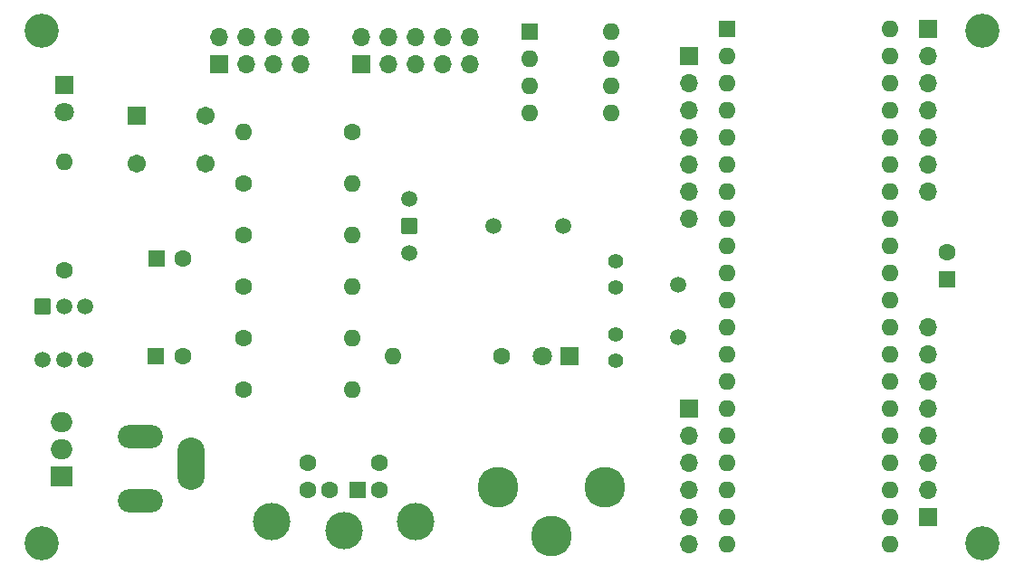
<source format=gbr>
%TF.GenerationSoftware,KiCad,Pcbnew,7.0.10*%
%TF.CreationDate,2024-04-03T21:11:52+02:00*%
%TF.ProjectId,avr-basic-sbc,6176722d-6261-4736-9963-2d7362632e6b,v0.1*%
%TF.SameCoordinates,Original*%
%TF.FileFunction,Soldermask,Bot*%
%TF.FilePolarity,Negative*%
%FSLAX46Y46*%
G04 Gerber Fmt 4.6, Leading zero omitted, Abs format (unit mm)*
G04 Created by KiCad (PCBNEW 7.0.10) date 2024-04-03 21:11:52*
%MOMM*%
%LPD*%
G01*
G04 APERTURE LIST*
G04 Aperture macros list*
%AMRoundRect*
0 Rectangle with rounded corners*
0 $1 Rounding radius*
0 $2 $3 $4 $5 $6 $7 $8 $9 X,Y pos of 4 corners*
0 Add a 4 corners polygon primitive as box body*
4,1,4,$2,$3,$4,$5,$6,$7,$8,$9,$2,$3,0*
0 Add four circle primitives for the rounded corners*
1,1,$1+$1,$2,$3*
1,1,$1+$1,$4,$5*
1,1,$1+$1,$6,$7*
1,1,$1+$1,$8,$9*
0 Add four rect primitives between the rounded corners*
20,1,$1+$1,$2,$3,$4,$5,0*
20,1,$1+$1,$4,$5,$6,$7,0*
20,1,$1+$1,$6,$7,$8,$9,0*
20,1,$1+$1,$8,$9,$2,$3,0*%
G04 Aperture macros list end*
%ADD10C,3.200000*%
%ADD11C,1.600000*%
%ADD12O,1.600000X1.600000*%
%ADD13RoundRect,0.102000X-0.699000X-0.699000X0.699000X-0.699000X0.699000X0.699000X-0.699000X0.699000X0*%
%ADD14C,1.602000*%
%ADD15C,3.510000*%
%ADD16O,2.554000X4.904000*%
%ADD17O,4.204000X2.204000*%
%ADD18RoundRect,0.102000X-0.754000X-0.754000X0.754000X-0.754000X0.754000X0.754000X-0.754000X0.754000X0*%
%ADD19C,1.712000*%
%ADD20R,2.000000X1.905000*%
%ADD21O,2.000000X1.905000*%
%ADD22R,1.800000X1.800000*%
%ADD23C,1.800000*%
%ADD24R,1.700000X1.700000*%
%ADD25O,1.700000X1.700000*%
%ADD26R,1.600000X1.600000*%
%ADD27C,1.400000*%
%ADD28C,1.512000*%
%ADD29RoundRect,0.102000X-0.654000X-0.654000X0.654000X-0.654000X0.654000X0.654000X-0.654000X0.654000X0*%
%ADD30C,3.820000*%
%ADD31RoundRect,0.102000X0.654000X-0.654000X0.654000X0.654000X-0.654000X0.654000X-0.654000X-0.654000X0*%
%ADD32C,1.500000*%
G04 APERTURE END LIST*
D10*
%TO.C,MH1*%
X94430000Y-104800000D03*
%TD*%
D11*
%TO.C,R7*%
X123444000Y-66294000D03*
D12*
X113284000Y-66294000D03*
%TD*%
D11*
%TO.C,R6*%
X113284000Y-90424000D03*
D12*
X123444000Y-90424000D03*
%TD*%
D13*
%TO.C,J2*%
X123982000Y-99772000D03*
D14*
X121382000Y-99772000D03*
X126032000Y-99772000D03*
X119332000Y-99772000D03*
X126032000Y-97282000D03*
X119332000Y-97282000D03*
D15*
X122682000Y-103582000D03*
X115922000Y-102772000D03*
X129442000Y-102772000D03*
%TD*%
D11*
%TO.C,R1*%
X113284000Y-71120000D03*
D12*
X123444000Y-71120000D03*
%TD*%
D16*
%TO.C,J1*%
X108454000Y-97312600D03*
D17*
X103654000Y-100812600D03*
X103654000Y-94812600D03*
%TD*%
D18*
%TO.C,S1*%
X103303000Y-64760500D03*
D19*
X109803000Y-64760500D03*
X103303000Y-69260500D03*
X109803000Y-69260500D03*
%TD*%
D10*
%TO.C,MH2*%
X182430000Y-56800000D03*
%TD*%
D20*
%TO.C,U2*%
X96266000Y-98552000D03*
D21*
X96266000Y-96012000D03*
X96266000Y-93472000D03*
%TD*%
D22*
%TO.C,D2*%
X143764000Y-87249000D03*
D23*
X141224000Y-87249000D03*
%TD*%
D24*
%TO.C,J7*%
X154940000Y-92181600D03*
D25*
X154940000Y-94721600D03*
X154940000Y-97261600D03*
X154940000Y-99801600D03*
X154940000Y-102341600D03*
X154940000Y-104881600D03*
%TD*%
D24*
%TO.C,J6*%
X177292000Y-102362000D03*
D25*
X177292000Y-99822000D03*
X177292000Y-97282000D03*
X177292000Y-94742000D03*
X177292000Y-92202000D03*
X177292000Y-89662000D03*
X177292000Y-87122000D03*
X177292000Y-84582000D03*
%TD*%
D11*
%TO.C,R3*%
X113284000Y-75946000D03*
D12*
X123444000Y-75946000D03*
%TD*%
D11*
%TO.C,R8*%
X137414000Y-87249000D03*
D12*
X127254000Y-87249000D03*
%TD*%
D26*
%TO.C,C3*%
X105164200Y-78105000D03*
D11*
X107664200Y-78105000D03*
%TD*%
D10*
%TO.C,MH3*%
X94430000Y-56800000D03*
%TD*%
D24*
%TO.C,J4*%
X154940000Y-59182000D03*
D25*
X154940000Y-61722000D03*
X154940000Y-64262000D03*
X154940000Y-66802000D03*
X154940000Y-69342000D03*
X154940000Y-71882000D03*
X154940000Y-74422000D03*
%TD*%
D26*
%TO.C,C4*%
X105116600Y-87249000D03*
D11*
X107616600Y-87249000D03*
%TD*%
D26*
%TO.C,U3*%
X140091000Y-56906000D03*
D12*
X140091000Y-59446000D03*
X140091000Y-61986000D03*
X140091000Y-64526000D03*
X147711000Y-64526000D03*
X147711000Y-61986000D03*
X147711000Y-59446000D03*
X147711000Y-56906000D03*
%TD*%
D27*
%TO.C,C2*%
X148082000Y-87737000D03*
X148082000Y-85237000D03*
%TD*%
D11*
%TO.C,R2*%
X96520000Y-79248000D03*
D12*
X96520000Y-69088000D03*
%TD*%
D22*
%TO.C,D1*%
X96520000Y-61844000D03*
D23*
X96520000Y-64384000D03*
%TD*%
D28*
%TO.C,BZ1*%
X136704000Y-75057000D03*
X143204000Y-75057000D03*
%TD*%
D11*
%TO.C,R5*%
X113284000Y-85598000D03*
D12*
X123444000Y-85598000D03*
%TD*%
D26*
%TO.C,U1*%
X158496000Y-56642000D03*
D12*
X158496000Y-59182000D03*
X158496000Y-61722000D03*
X158496000Y-64262000D03*
X158496000Y-66802000D03*
X158496000Y-69342000D03*
X158496000Y-71882000D03*
X158496000Y-74422000D03*
X158496000Y-76962000D03*
X158496000Y-79502000D03*
X158496000Y-82042000D03*
X158496000Y-84582000D03*
X158496000Y-87122000D03*
X158496000Y-89662000D03*
X158496000Y-92202000D03*
X158496000Y-94742000D03*
X158496000Y-97282000D03*
X158496000Y-99822000D03*
X158496000Y-102362000D03*
X158496000Y-104902000D03*
X173736000Y-104902000D03*
X173736000Y-102362000D03*
X173736000Y-99822000D03*
X173736000Y-97282000D03*
X173736000Y-94742000D03*
X173736000Y-92202000D03*
X173736000Y-89662000D03*
X173736000Y-87122000D03*
X173736000Y-84582000D03*
X173736000Y-82042000D03*
X173736000Y-79502000D03*
X173736000Y-76962000D03*
X173736000Y-74422000D03*
X173736000Y-71882000D03*
X173736000Y-69342000D03*
X173736000Y-66802000D03*
X173736000Y-64262000D03*
X173736000Y-61722000D03*
X173736000Y-59182000D03*
X173736000Y-56642000D03*
%TD*%
D24*
%TO.C,J9*%
X111008000Y-59944000D03*
D25*
X111008000Y-57404000D03*
X113548000Y-59944000D03*
X113548000Y-57404000D03*
X116088000Y-59944000D03*
X116088000Y-57404000D03*
X118628000Y-59944000D03*
X118628000Y-57404000D03*
%TD*%
D11*
%TO.C,R4*%
X113284000Y-80772000D03*
D12*
X123444000Y-80772000D03*
%TD*%
D27*
%TO.C,C1*%
X148082000Y-78379000D03*
X148082000Y-80879000D03*
%TD*%
D29*
%TO.C,S2*%
X94520000Y-82590000D03*
D28*
X96520000Y-82590000D03*
X98520000Y-82590000D03*
X94520000Y-87590000D03*
X96520000Y-87590000D03*
X98520000Y-87590000D03*
%TD*%
D26*
%TO.C,C5*%
X179070000Y-80049400D03*
D11*
X179070000Y-77549400D03*
%TD*%
D30*
%TO.C,J3*%
X142113000Y-104087000D03*
X137113000Y-99587000D03*
X147113000Y-99587000D03*
%TD*%
D24*
%TO.C,J5*%
X177292000Y-56642000D03*
D25*
X177292000Y-59182000D03*
X177292000Y-61722000D03*
X177292000Y-64262000D03*
X177292000Y-66802000D03*
X177292000Y-69342000D03*
X177292000Y-71882000D03*
%TD*%
D10*
%TO.C,MH4*%
X182430000Y-104800000D03*
%TD*%
D31*
%TO.C,S3*%
X128778000Y-75057000D03*
D28*
X128778000Y-77597000D03*
X128778000Y-72517000D03*
%TD*%
D24*
%TO.C,J8*%
X124338000Y-59949000D03*
D25*
X124338000Y-57409000D03*
X126878000Y-59949000D03*
X126878000Y-57409000D03*
X129418000Y-59949000D03*
X129418000Y-57409000D03*
X131958000Y-59949000D03*
X131958000Y-57409000D03*
X134498000Y-59949000D03*
X134498000Y-57409000D03*
%TD*%
D32*
%TO.C,Y1*%
X153924000Y-80608000D03*
X153924000Y-85488000D03*
%TD*%
M02*

</source>
